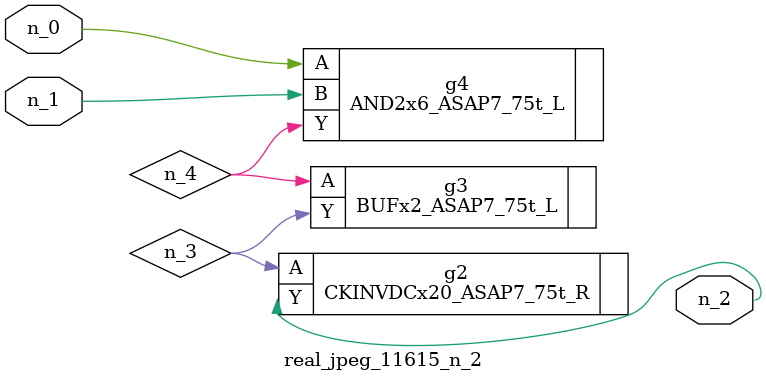
<source format=v>
module real_jpeg_11615_n_2 (n_1, n_0, n_2);

input n_1;
input n_0;

output n_2;

wire n_4;
wire n_3;

AND2x6_ASAP7_75t_L g4 ( 
.A(n_0),
.B(n_1),
.Y(n_4)
);

CKINVDCx20_ASAP7_75t_R g2 ( 
.A(n_3),
.Y(n_2)
);

BUFx2_ASAP7_75t_L g3 ( 
.A(n_4),
.Y(n_3)
);


endmodule
</source>
